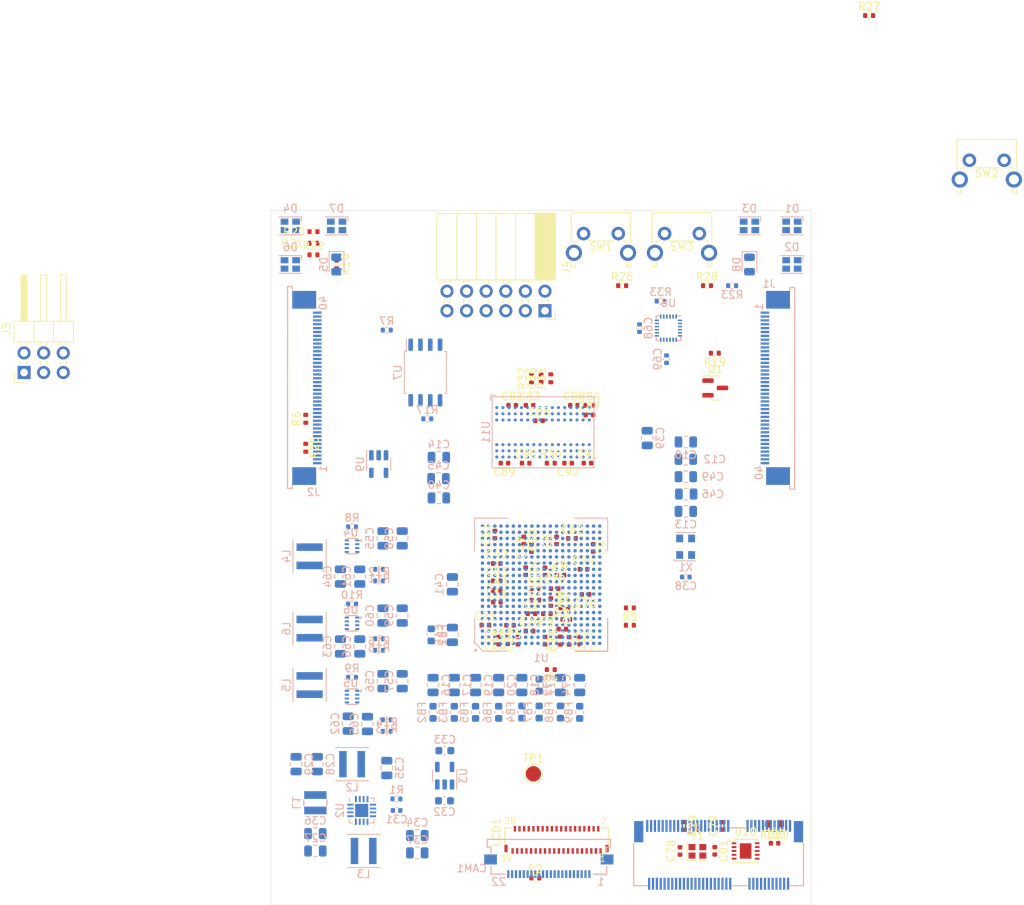
<source format=kicad_pcb>
(kicad_pcb (version 20210126) (generator pcbnew)
  (layers (0 "F.Cu" signal) (31 "B.Cu" signal) (34 "B.Paste" user) (35 "F.Paste" user) (36 "B.SilkS" user "B.Silkscreen") (37 "F.SilkS" user "F.Silkscreen") (38 "B.Mask" user) (39 "F.Mask" user) (44 "Edge.Cuts" user))
  (net 0 "")
  (net 1 "GND")
  (net 2 "+1V0")
  (net 3 "+1V8")
  (net 4 "Net-(C15-Pad2)")
  (net 5 "Net-(C16-Pad2)")
  (net 6 "Net-(C17-Pad2)")
  (net 7 "Net-(C18-Pad2)")
  (net 8 "Net-(C19-Pad2)")
  (net 9 "Net-(C20-Pad2)")
  (net 10 "+3V3")
  (net 11 "Net-(C31-Pad1)")
  (net 12 "/Cam_Disp/DISP_Vci")
  (net 13 "/Cam_Disp/DISP_OVss")
  (net 14 "/Cam_Disp/DISP_OVdd")
  (net 15 "/Cam_Disp/DISP_AVdd")
  (net 16 "+1V5")
  (net 17 "Net-(C69-Pad1)")
  (net 18 "Net-(C71-Pad2)")
  (net 19 "/Connectors/SD0_REFRET")
  (net 20 "Net-(C72-Pad1)")
  (net 21 "Net-(C74-Pad1)")
  (net 22 "Net-(C78-Pad1)")
  (net 23 "Net-(C79-Pad1)")
  (net 24 "Net-(C81-Pad1)")
  (net 25 "RAM_VREF")
  (net 26 "CAM_SDA")
  (net 27 "CAM_SCL")
  (net 28 "CAM_IO1")
  (net 29 "CAM_IO0")
  (net 30 "/Cam_Disp/CAM_D3+")
  (net 31 "/Cam_Disp/CAM_D3-")
  (net 32 "/Cam_Disp/CAM_D2+")
  (net 33 "/Cam_Disp/CAM_D2-")
  (net 34 "/Cam_Disp/CAM_CK+")
  (net 35 "/Cam_Disp/CAM_CK-")
  (net 36 "/Cam_Disp/CAM_D1+")
  (net 37 "/Cam_Disp/CAM_D1-")
  (net 38 "/Cam_Disp/CAM_D0+")
  (net 39 "/Cam_Disp/CAM_D0-")
  (net 40 "Net-(D1-Pad4)")
  (net 41 "Net-(D1-Pad3)")
  (net 42 "Net-(D1-Pad2)")
  (net 43 "LED_3")
  (net 44 "LED_6")
  (net 46 "LED_2")
  (net 47 "LED_5")
  (net 48 "Net-(D5-Pad2)")
  (net 49 "LED_1")
  (net 50 "LED_4")
  (net 51 "Net-(D8-Pad2)")
  (net 52 "Net-(D8-Pad1)")
  (net 54 "PRES_L")
  (net 55 "B2BL_MISC2")
  (net 56 "B2BL_MISC1")
  (net 57 "B2BL_MISC0")
  (net 58 "JTAG_TDO_L")
  (net 59 "JTAG_TDI")
  (net 60 "JTAG_TCK")
  (net 61 "JTAG_TMS")
  (net 62 "B2BL_DO2-")
  (net 63 "B2BL_DO2+")
  (net 64 "B2BL_DO1-")
  (net 65 "B2BL_DO1+")
  (net 66 "B2BL_DO0-")
  (net 67 "B2BL_DO0+")
  (net 68 "B2BL_DI2-")
  (net 69 "B2BL_DI2+")
  (net 70 "B2BL_DI1-")
  (net 71 "B2BL_DI1+")
  (net 72 "B2BL_CLKO-")
  (net 73 "B2BL_CLKO+")
  (net 74 "B2BL_DI0-")
  (net 75 "B2BL_DI0+")
  (net 76 "B2BL_CLKI-")
  (net 77 "B2BL_CLKI+")
  (net 78 "B2BR_CLKO+")
  (net 79 "B2BR_CLKO-")
  (net 80 "B2BR_DO0+")
  (net 81 "B2BR_DO0-")
  (net 82 "B2BR_CLKI+")
  (net 83 "B2BR_CLKI-")
  (net 84 "B2BR_DO1+")
  (net 85 "B2BR_DO1-")
  (net 86 "B2BR_DO2-")
  (net 87 "B2BR_DI0+")
  (net 88 "B2BR_DI0-")
  (net 89 "B2BR_DI1+")
  (net 90 "B2BR_DI1-")
  (net 91 "B2BR_DI2+")
  (net 92 "B2BR_DI2-")
  (net 93 "JTAG_TDI_R")
  (net 94 "B2BR_MISC0")
  (net 95 "B2BR_MISC1")
  (net 96 "B2BR_MISC2")
  (net 97 "PRES_R")
  (net 99 "EAR_3")
  (net 100 "EAR_2")
  (net 101 "EAR_1")
  (net 102 "EAR_0")
  (net 103 "PMOD1_10")
  (net 104 "PMOD1_9")
  (net 105 "PMOD1_8")
  (net 106 "PMOD1_7")
  (net 107 "PMOD1_4")
  (net 108 "PMOD1_3")
  (net 109 "PMOD1_2")
  (net 110 "PMOD1_1")
  (net 111 "Net-(L1-Pad2)")
  (net 112 "Net-(L2-Pad2)")
  (net 113 "Net-(L3-Pad1)")
  (net 114 "Net-(L4-Pad1)")
  (net 115 "Net-(L5-Pad1)")
  (net 116 "Net-(L6-Pad1)")
  (net 117 "Net-(LCD1-Pad30)")
  (net 118 "/Cam_Disp/DISP_AVDD_EN")
  (net 119 "/Cam_Disp/DISP_SWIRE")
  (net 120 "DISP_~RESET")
  (net 121 "/Cam_Disp/DISP_D3+")
  (net 122 "/Cam_Disp/DISP_D3-")
  (net 123 "/Cam_Disp/DISP_D1+")
  (net 124 "/Cam_Disp/DISP_D1-")
  (net 125 "/Cam_Disp/DISP_CK+")
  (net 126 "/Cam_Disp/DISP_CK-")
  (net 127 "/Cam_Disp/DISP_D0+")
  (net 128 "/Cam_Disp/DISP_D0-")
  (net 129 "/Cam_Disp/DISP_D2+")
  (net 130 "/Cam_Disp/DISP_D2-")
  (net 145 "M2_DISABLE1")
  (net 146 "Net-(P1-Pad55)")
  (net 147 "M2_DISABLE2")
  (net 149 "M2_~RST")
  (net 151 "M2_REFCLK0-")
  (net 153 "M2_REFCLK0+")
  (net 156 "M2_TX0-")
  (net 158 "M2_TX0+")
  (net 161 "M2_RX0-")
  (net 163 "M2_RX0+")
  (net 184 "DONE")
  (net 185 "Net-(R1-Pad2)")
  (net 186 "Net-(R3-Pad1)")
  (net 187 "Net-(R4-Pad1)")
  (net 188 "Net-(R5-Pad2)")
  (net 189 "FLASH_~CS")
  (net 190 "Net-(R8-Pad2)")
  (net 191 "Net-(R9-Pad2)")
  (net 192 "Net-(R10-Pad2)")
  (net 193 "Net-(R11-Pad2)")
  (net 194 "Net-(R13-Pad2)")
  (net 195 "Net-(R15-Pad2)")
  (net 196 "FLASH_CLK")
  (net 197 "LED_R")
  (net 198 "LED_G")
  (net 199 "LED_B")
  (net 200 "Net-(R24-Pad1)")
  (net 201 "BTN0")
  (net 202 "BTN1")
  (net 203 "BTN2")
  (net 204 "Net-(R30-Pad2)")
  (net 205 "IMU_~CS")
  (net 231 "B2BR_DO2+")
  (net 262 "FLASH_D3")
  (net 270 "FLASH_D1")
  (net 277 "FLASH_D2")
  (net 278 "/FPGA_IO/CLK48")
  (net 284 "FLASH_D0")
  (net 285 "NX_REFCLK+")
  (net 286 "RAM_DQ14")
  (net 289 "NX_REFCLK-")
  (net 293 "RAM_DQ15")
  (net 294 "RAM_DQ13")
  (net 295 "RAM_DQ10")
  (net 296 "RAM_DQ9")
  (net 299 "RAM_DSQ1-")
  (net 300 "RAM_DSQ1+")
  (net 301 "RAM_DQ12")
  (net 302 "RAM_STB")
  (net 303 "RAM_DQ8")
  (net 305 "RAM_~CS")
  (net 306 "RAM_DQ11")
  (net 307 "RAM_CLK+")
  (net 308 "RAM_DQ7")
  (net 309 "RAM_DQ6")
  (net 315 "IMU_DI")
  (net 316 "RAM_CLK-")
  (net 317 "RAM_DQ3")
  (net 318 "RAM_DQ4")
  (net 319 "RAM_DQ2")
  (net 322 "RAM_DQ5")
  (net 328 "IMU_DO")
  (net 329 "RAM_DSQ0-")
  (net 330 "RAM_DSQ0+")
  (net 331 "RAM_DQ1")
  (net 332 "RAM_DQ0")
  (net 334 "BTN_0")
  (net 339 "IMU_CLK")
  (net 362 "IMU_FSYNC")
  (net 376 "BTN_2")
  (net 385 "BTN_1")
  (net 442 "RAM_DQS1-")
  (net 443 "RAM_DQS1+")
  (net 444 "RAM_DQS0+")
  (net 445 "RAM_DQS0-")
  (footprint "Capacitor_SMD:C_0402_1005Metric" (layer "F.Cu") (at 87.775 153.725)
    (fp_text reference "C21")
    (fp_text value "100n")
  )
  (footprint "Capacitor_SMD:C_0402_1005Metric" (layer "F.Cu") (at 93.5 154.5)
    (fp_text reference "C26")
    (fp_text value "100n")
  )
  (footprint "Capacitor_SMD:C_0402_1005Metric" (layer "F.Cu") (at 89.5 155.75 90)
    (fp_text reference "C22")
    (fp_text value "100n")
  )
  (footprint "Button_Switch_THT:SW_Tactile_SPST_Angled_PTS645Vx31-2LFS" (layer "F.Cu") (at 111 103)
    (fp_text reference "SW3")
    (fp_text value "SW_Push")
  )
  (footprint "Capacitor_SMD:C_0402_1005Metric" (layer "F.Cu") (at 89 142 90)
    (fp_text reference "C51")
    (fp_text value "470n")
  )
  (footprint "Crystal:Crystal_SMD_2016-4Pin_2.0x1.6mm" (layer "F.Cu") (at 115.25 183.05)
    (fp_text reference "Y1")
    (fp_text value "25MHz")
  )
  (footprint "Capacitor_SMD:C_0402_1005Metric" (layer "F.Cu") (at 96.25 150.75 -90)
    (fp_text reference "C48")
    (fp_text value "470n")
  )
  (footprint "Resistor_SMD:R_0402_1005Metric" (layer "F.Cu") (at 65.5 104.25)
    (fp_text reference "R21")
    (fp_text value "220")
  )
  (footprint "Capacitor_SMD:C_0402_1005Metric" (layer "F.Cu") (at 93 146.75 -90)
    (fp_text reference "C54")
    (fp_text value "470n")
  )
  (footprint "Resistor_SMD:R_0402_1005Metric" (layer "F.Cu") (at 117.51 118.5 180)
    (fp_text reference "R19")
    (fp_text value "10k")
  )
  (footprint "Capacitor_SMD:C_0402_1005Metric" (layer "F.Cu") (at 95 121.75 90)
    (fp_text reference "C86")
    (fp_text value "470n")
  )
  (footprint "Capacitor_SMD:C_0402_1005Metric" (layer "F.Cu") (at 93.75 143.75 90)
    (fp_text reference "C47")
    (fp_text value "470n")
  )
  (footprint "Connector_PinHeader_2.54mm:PinHeader_2x03_P2.54mm_Horizontal" (layer "F.Cu") (at 28 121 90)
    (fp_text reference "J3")
    (fp_text value "EAR")
  )
  (footprint "Capacitor_SMD:C_0402_1005Metric" (layer "F.Cu") (at 89.27 150.75)
    (fp_text reference "C11")
    (fp_text value "470n")
  )
  (footprint "Capacitor_SMD:C_0402_1005Metric" (layer "F.Cu") (at 100.5 146.5)
    (fp_text reference "C44")
    (fp_text value "470n")
  )
  (footprint "Capacitor_SMD:C_0402_1005Metric" (layer "F.Cu") (at 90.65 155.7 90)
    (fp_text reference "C23")
    (fp_text value "100n")
  )
  (footprint "Resistor_SMD:R_0402_1005Metric" (layer "F.Cu") (at 94.25 186.5)
    (fp_text reference "R2")
    (fp_text value "10k")
  )
  (footprint "Resistor_SMD:R_0402_1005Metric" (layer "F.Cu") (at 137.5 74.75)
    (fp_text reference "R27")
    (fp_text value "10k")
  )
  (footprint "Capacitor_SMD:C_0402_1005Metric" (layer "F.Cu") (at 96.75 149)
    (fp_text reference "C70")
    (fp_text value "470n")
  )
  (footprint "Capacitor_SMD:C_0402_1005Metric" (layer "F.Cu") (at 89.25 145.75)
    (fp_text reference "C42")
    (fp_text value "470n")
  )
  (footprint "Resistor_SMD:R_0402_1005Metric" (layer "F.Cu") (at 96.25 159.5 180)
    (fp_text reference "R4")
    (fp_text value "4.7k")
  )
  (footprint "Capacitor_SMD:C_0402_1005Metric" (layer "F.Cu") (at 93.75 152.25)
    (fp_text reference "C2")
    (fp_text value "470n")
  )
  (footprint "Resistor_SMD:R_0402_1005Metric" (layer "F.Cu") (at 64.5 130.75 -90)
    (fp_text reference "R25")
    (fp_text value "10k")
  )
  (footprint "Inductor_SMD:L_0603_1608Metric" (layer "F.Cu") (at 125.25 179.5 180)
    (fp_text reference "FB10")
    (fp_text value "120")
  )
  (footprint "Capacitor_SMD:C_0402_1005Metric" (layer "F.Cu") (at 101 132.75)
    (fp_text reference "C91")
    (fp_text value "470n")
  )
  (footprint "Resistor_SMD:R_0402_1005Metric" (layer "F.Cu") (at 68.5 107 -90)
    (fp_text reference "R18")
    (fp_text value "1k")
  )
  (footprint "Package_TO_SOT_SMD:SOT-23" (layer "F.Cu") (at 117.5625 123)
    (fp_text reference "Q1")
    (fp_text value "2N7002")
  )
  (footprint "Resistor_SMD:R_0402_1005Metric" (layer "F.Cu") (at 97.5 155.74 90)
    (fp_text reference "R24")
    (fp_text value "1.15k")
  )
  (footprint "Capacitor_SMD:C_0402_1005Metric" (layer "F.Cu") (at 92.75 142.75 -90)
    (fp_text reference "C50")
    (fp_text value "470n")
  )
  (footprint "Capacitor_SMD:C_0402_1005Metric" (layer "F.Cu") (at 97 142.75 90)
    (fp_text reference "C5")
    (fp_text value "470n")
  )
  (footprint "Capacitor_SMD:C_0402_1005Metric" (layer "F.Cu") (at 90.975 153.75 180)
    (fp_text reference "C25")
    (fp_text value "100n")
  )
  (footprint "Capacitor_SMD:C_0402_1005Metric" (layer "F.Cu") (at 93.5 125.25)
    (fp_text reference "C83")
    (fp_text value "470n")
  )
  (footprint "Capacitor_SMD:C_0402_1005Metric" (layer "F.Cu") (at 97.5 147.25)
    (fp_text reference "C8")
    (fp_text value "470n")
  )
  (footprint "TestPoint:TestPoint_Pad_D2.0mm" (layer "F.Cu") (at 94 173)
    (fp_text reference "TP1")
    (fp_text value "TestPoint")
  )
  (footprint "meowality:FH35C-39S-0.3SHW" (layer "F.Cu") (at 97 183)
    (fp_text reference "LCD1")
    (fp_text value "H381Dxx0y.z")
  )
  (footprint "Capacitor_SMD:C_0402_1005Metric" (layer "F.Cu") (at 98.625 155.77 -90)
    (fp_text reference "C75")
    (fp_text value "100n")
  )
  (footprint "Capacitor_SMD:C_0402_1005Metric" (layer "F.Cu") (at 95.5 146.77 -90)
    (fp_text reference "C4")
    (fp_text value "470n")
  )
  (footprint "Resistor_SMD:R_0402_1005Metric" (layer "F.Cu") (at 65.5 102.75)
    (fp_text reference "R20")
    (fp_text value "220")
  )
  (footprint "Capacitor_SMD:C_0402_1005Metric" (layer "F.Cu") (at 101.75 143.73 -90)
    (fp_text reference "C9")
    (fp_text value "470n")
  )
  (footprint "Resistor_SMD:R_0402_1005Metric" (layer "F.Cu") (at 113.5 179.75 -90)
    (fp_text reference "R29")
    (fp_text value "10k")
  )
  (footprint "Connector_PinSocket_2.54mm:PinSocket_2x06_P2.54mm_Horizontal" (layer "F.Cu") (at 95.5 113 -90)
    (fp_text reference "J4")
    (fp_text value "Conn_02x06_Top_Bottom")
  )
  (footprint "Capacitor_SMD:C_0402_1005Metric" (layer "F.Cu") (at 89.25 149.25)
    (fp_text reference "C43")
    (fp_text value "470n")
  )
  (footprint "Resistor_SMD:R_0402_1005Metric" (layer "F.Cu") (at 96.25 132.75)
    (fp_text reference "R30")
    (fp_text value "NC")
  )
  (footprint "Capacitor_SMD:C_0402_1005Metric" (layer "F.Cu") (at 99 142.5)
    (fp_text reference "C52")
    (fp_text value "470n")
  )
  (footprint "Button_Switch_THT:SW_Tactile_SPST_Angled_PTS645Vx31-2LFS" (layer "F.Cu") (at 150.5 93.5)
    (fp_text reference "SW2")
    (fp_text value "SW_Push")
  )
  (footprint "Resistor_SMD:R_0402_1005Metric" (layer "F.Cu") (at 64.5 127 90)
    (fp_text reference "R6")
    (fp_text value "4.7k")
  )
  (footprint "Capacitor_SMD:C_0402_1005Metric" (layer "F.Cu") (at 98.5 132.75 180)
    (fp_text reference "C92")
    (fp_text value "470n")
  )
  (footprint "Button_Switch_THT:SW_Tactile_SPST_Angled_PTS645Vx31-2LFS" (layer "F.Cu") (at 100.5 103)
    (fp_text reference "SW1")
    (fp_text value "SW_Push")
  )
  (footprint "Capacitor_SMD:C_0402_1005Metric" (layer "F.Cu") (at 98 151.5)
    (fp_text reference "C6")
    (fp_text value "470n")
  )
  (footprint "Capacitor_SMD:C_0402_1005Metric" (layer "F.Cu") (at 92 155.75 90)
    (fp_text reference "C24")
    (fp_text value "100n")
  )
  (footprint "Capacitor_SMD:C_0402_1005Metric" (layer "F.Cu") (at 101.25 125.25)
    (fp_text reference "C84")
    (fp_text value "470n")
  )
  (footprint "Capacitor_SMD:C_0402_1005Metric" (layer "F.Cu") (at 93 132.75)
    (fp_text reference "C90")
    (fp_text value "470n")
  )
  (footprint "Capacitor_SMD:C_0402_1005Metric" (layer "F.Cu") (at 94.25 150.5)
    (fp_text reference "C7")
    (fp_text value "470n")
  )
  (footprint "Capacitor_SMD:C_0402_1005Metric" (layer "F.Cu") (at 90.25 132.75 180)
    (fp_text reference "C89")
    (fp_text value "470n")
  )
  (footprint "Resistor_SMD:R_0402_1005Metric" (layer "F.Cu") (at 96.25 121.75 90)
    (fp_text reference "R31")
    (fp_text value "1k")
  )
  (footprint "Capacitor_SMD:C_0402_1005Metric" (layer "F.Cu") (at 125.25 182)
    (fp_text reference "C80")
    (fp_text value "470n")
  )
  (footprint "Capacitor_SMD:C_0402_1005Metric" (layer "F.Cu") (at 98.25 153)
    (fp_text reference "C67")
    (fp_text value "470n")
  )
  (footprint "Capacitor_SMD:C_0402_1005Metric" (layer "F.Cu") (at 95.5 155.75 -90)
    (fp_text reference "C73")
    (fp_text value "100n")
  )
  (footprint "Capacitor_SMD:C_0402_1005Metric" (layer "F.Cu") (at 118.5 179.75 90)
    (fp_text reference "C79")
    (fp_text value "470n")
  )
  (footprint "Capacitor_SMD:C_0402_1005Metric" (layer "F.Cu") (at 94.25 149)
    (fp_text reference "C3")
    (fp_text value "470n")
  )
  (footprint "Capacitor_SMD:C_0402_1005Metric" (layer "F.Cu") (at 94.73 127.25)
    (fp_text reference "C85")
    (fp_text value "470n")
  )
  (footprint "Capacitor_SMD:C_0402_1005Metric" (layer "F.Cu") (at 100 155.75 -90)
    (fp_text reference "C76")
    (fp_text value "100n")
  )
  (footprint "Capacitor_SMD:C_0402_1005Metric" (layer "F.Cu") (at 89.25 148)
    (fp_text reference "C53")
    (fp_text value "470n")
  )
  (footprint "Capacitor_SMD:C_0402_1005Metric" (layer "F.Cu") (at 99.25 125.25)
    (fp_text reference "C88")
    (fp_text value "470n")
  )
  (footprint "Resistor_SMD:R_0402_1005Metric" (layer "F.Cu") (at 65.5 105.75)
    (fp_text reference "R22")
    (fp_text value "220")
  )
  (footprint "Capacitor_SMD:C_0402_1005Metric" (layer "F.Cu") (at 113 183 90)
    (fp_text reference "C78")
    (fp_text value "12p")
  )
  (footprint "Resistor_SMD:R_0402_1005Metric" (layer "F.Cu") (at 105.5 109.75)
    (fp_text reference "R26")
    (fp_text value "10k")
  )
  (footprint "Capacitor_SMD:C_0402_1005Metric" (layer "F.Cu") (at 101.25 126.5)
    (fp_text reference "C87")
    (fp_text value "470n")
  )
  (footprint "Resistor_SMD:R_0402_1005Metric" (layer "F.Cu") (at 116.5 109.75)
    (fp_text reference "R28")
    (fp_text value "10k")
  )
  (footprint "Capacitor_SMD:C_0402_1005Metric" (layer "F.Cu") (at 117.5 182.98 -90)
    (fp_text reference "C81")
    (fp_text value "12p")
  )
  (footprint "Capacitor_SMD:C_0402_1005Metric" (layer "F.Cu") (at 97.75 154.25)
    (fp_text reference "C71")
    (fp_text value "100n")
  )
  (footprint "Capacitor_SMD:C_0402_1005Metric" (layer "F.Cu") (at 100.75 149.75 180)
    (fp_text reference "C30")
    (fp_text value "100n")
  )
  (footprint "Resistor_SMD:R_0402_1005Metric" (layer "F.Cu") (at 106.5 153.75)
    (fp_text reference "R3")
    (fp_text value "4.7k")
  )
  (footprint "meowality:TDFN10_3x3mm_p0.5mm" (layer "F.Cu") (at 120 182)
    (fp_text reference "U10")
    (fp_text value "Si52112-B")
  )
  (footprint "Capacitor_SMD:C_0402_1005Metric" (layer "F.Cu") (at 91.25 125.25)
    (fp_text reference "C82")
    (fp_text value "470n")
  )
  (footprint "Capacitor_SMD:C_0402_1005Metric" (layer "F.Cu") (at 95.75 152.25 180)
    (fp_text reference "C1")
    (fp_text value "470n")
  )
  (footprint "Resistor_SMD:R_0402_1005Metric" (layer "F.Cu") (at 106.5 151.5 180)
    (fp_text reference "R5")
    (fp_text value "4.7k")
  )
  (footprint "Resistor_SMD:R_0402_1005Metric" (layer "F.Cu") (at 93.75 121.75 90)
    (fp_text reference "R32")
    (fp_text value "1k")
  )
  (footprint "LED_SMD:LED_Cree-PLCC4_2x2mm_CW" (layer "B.Cu") (at 122 102 180)
    (fp_text reference "D3")
    (fp_text value "LED_ABGR")
  )
  (footprint "Inductor_SMD:L_0603_1608Metric" (layer "B.Cu") (at 81 165.0375 -90)
    (fp_text reference "FB2")
    (fp_text value "120")
  )
  (footprint "meowality:TE_FPC_40pin_p0.5mm_4-1734839-0" (layer "B.Cu") (at 66 123 90)
    (fp_text reference "J2")
    (fp_text value "Conn_01x40_Shielded")
  )
  (footprint "Capacitor_SMD:C_0805_2012Metric" (layer "B.Cu") (at 113.75 130)
    (fp_text reference "C10")
    (fp_text value "10µ")
  )
  (footprint "Capacitor_SMD:C_0805_2012Metric" (layer "B.Cu") (at 71.5 156.5 -90)
    (fp_text reference "C66")
    (fp_text value "10µ")
  )
  (footprint "Capacitor_SMD:C_0805_2012Metric" (layer "B.Cu") (at 69 156.5 -90)
    (fp_text reference "C63")
    (fp_text value "10µ")
  )
  (footprint "LED_SMD:LED_Cree-PLCC4_2x2mm_CW" (layer "B.Cu") (at 68.5 102 180)
    (fp_text reference "D7")
    (fp_text value "LED_ABGR")
  )
  (footprint "Capacitor_SMD:C_0805_2012Metric" (layer "B.Cu") (at 69 147.45 -90)
    (fp_text reference "C64")
    (fp_text value "10µ")
  )
  (footprint "Capacitor_SMD:C_0805_2012Metric" (layer "B.Cu") (at 83.75 161.5 90)
    (fp_text reference "C17")
    (fp_text value "10µ")
  )
  (footprint "LED_SMD:LED_Cree-PLCC4_2x2mm_CW" (layer "B.Cu") (at 127.5 107 180)
    (fp_text reference "D2")
    (fp_text value "LED_ABGR")
  )
  (footprint "Capacitor_SMD:C_0805_2012Metric" (layer "B.Cu") (at 113.75 134.5)
    (fp_text reference "C49")
    (fp_text value "10µ")
  )
  (footprint "Package_SO:SOIC-8_5.23x5.23mm_P1.27mm" (layer "B.Cu") (at 80 121 -90)
    (fp_text reference "U7")
    (fp_text value "W25Q128JVS")
  )
  (footprint "meowality:TI_VSON-HR_1.5x2mm_p0.5mm" (layer "B.Cu") (at 70.5 163 180)
    (fp_text reference "U5")
    (fp_text value "TPS62822")
  )
  (footprint "Resistor_SMD:R_0402_1005Metric" (layer "B.Cu") (at 74 155.5)
    (fp_text reference "R15")
    (fp_text value "15k")
  )
  (footprint "Sensor_Motion:InvenSense_QFN-24_3x3mm_P0.4mm" (layer "B.Cu") (at 111.5 115.25 180)
    (fp_text reference "U8")
    (fp_text value "ICM-20948")
  )
  (footprint "Package_DFN_QFN:QFN-16-1EP_3x3mm_P0.5mm_EP1.7x1.7mm" (layer "B.Cu") (at 71.75 177.75 -90)
    (fp_text reference "U2")
    (fp_text value "TPS65632R")
  )
  (footprint "Capacitor_SMD:C_0805_2012Metric" (layer "B.Cu") (at 65.75 183 180)
    (fp_text reference "C27")
    (fp_text value "10µ")
  )
  (footprint "Capacitor_SMD:C_0805_2012Metric" (layer "B.Cu") (at 78.95 183.25 180)
    (fp_text reference "C37")
    (fp_text value "10µ")
  )
  (footprint "Capacitor_SMD:C_0805_2012Metric" (layer "B.Cu") (at 108.75 129.5 90)
    (fp_text reference "C39")
    (fp_text value "10µ")
  )
  (footprint "Capacitor_SMD:C_0805_2012Metric" (layer "B.Cu") (at 77 161 -90)
    (fp_text reference "C57")
    (fp_text value "10µ")
  )
  (footprint "Capacitor_SMD:C_0805_2012Metric" (layer "B.Cu") (at 77 152.5 -90)
    (fp_text reference "C59")
    (fp_text value "10µ")
  )
  (footprint "Capacitor_SMD:C_0805_2012Metric" (layer "B.Cu") (at 83.5 148.45 -90)
    (fp_text reference "C41")
    (fp_text value "10µ")
  )
  (footprint "Inductor_SMD:L_0603_1608Metric" (layer "B.Cu") (at 100 165.0375 -90)
    (fp_text reference "FB9")
    (fp_text value "120")
  )
  (footprint "Capacitor_SMD:C_0805_2012Metric" (layer "B.Cu") (at 77 142.5 -90)
    (fp_text reference "C58")
    (fp_text value "10µ")
  )
  (footprint "Oscillator:Oscillator_SMD_EuroQuartz_XO32-4Pin_3.2x2.5mm" (layer "B.Cu") (at 113.725 143.575)
    (fp_text reference "X1")
    (fp_text value "XO32")
  )
  (footprint "Capacitor_SMD:C_0805_2012Metric" (layer "B.Cu") (at 113.8 136.75)
    (fp_text reference "C46")
    (fp_text value "10µ")
  )
  (footprint "LED_SMD:LED_Cree-PLCC4_2x2mm_CW" (layer "B.Cu") (at 62.5 107 180)
    (fp_text reference "D6")
    (fp_text value "LED_ABGR")
  )
  (footprint "Capacitor_SMD:C_0805_2012Metric" (layer "B.Cu") (at 89.5 161.5 90)
    (fp_text reference "C20")
    (fp_text value "10µ")
  )
  (footprint "Capacitor_SMD:C_0603_1608Metric" (layer "B.Cu") (at 94.75 161.5 90)
    (fp_text reference "C77")
    (fp_text value "2.2µ")
  )
  (footprint "Resistor_SMD:R_0402_1005Metric" (layer "B.Cu") (at 75 166)
    (fp_text reference "R13")
    (fp_text value "20k")
  )
  (footprint "Inductor_SMD:L_0603_1608Metric" (layer "B.Cu") (at 83.75 165.0375 -90)
    (fp_text reference "FB3")
    (fp_text value "120")
  )
  (footprint "Capacitor_SMD:C_0805_2012Metric" (layer "B.Cu") (at 81.75 137.25 180)
    (fp_text reference "C40")
    (fp_text value "10µ")
  )
  (footprint "Capacitor_SMD:C_0805_2012Metric" (layer "B.Cu") (at 65.75 180.75 180)
    (fp_text reference "C36")
    (fp_text value "10µ")
  )
  (footprint "meowality:54548-2271" (layer "B.Cu") (at 96 186)
    (fp_text reference "CAM1")
    (fp_text value "PI_CAM_22P")
  )
  (footprint "Capacitor_SMD:C_0603_1608Metric" (layer "B.Cu") (at 82.475 176.5)
    (fp_text reference "C32")
    (fp_text value "1µ")
  )
  (footprint "Capacitor_SMD:C_0805_2012Metric" (layer "B.Cu") (at 100 161.5 -90)
    (fp_text reference "C74")
    (fp_text value "10µ")
  )
  (footprint "LED_SMD:LED_Cree-PLCC4_2x2mm_CW" (layer "B.Cu") (at 127.5 102 180)
    (fp_text reference "D1")
    (fp_text value "LED_ABGR")
  )
  (footprint "meowality:XFL3012" (layer "B.Cu") (at 65.75 176.75 -90)
    (fp_text reference "L1")
    (fp_text value "XFL3012-103MEB")
  )
  (footprint "Package_BGA:BGA-96_9.0x13.0mm_Layout2x3x16_P0.8mm" (layer "B.Cu") (at 95.25 128.75 -90)
    (fp_text reference "U11")
    (fp_text value "EM6GA16LBXA-12H")
  )
  (footprint "Inductor_SMD:L_0603_1608Metric" (layer "B.Cu") (at 92.5 165 -90)
    (fp_text reference "FB4")
    (fp_text value "120")
  )
  (footprint "Capacitor_SMD:C_0805_2012Metric" (layer "B.Cu") (at 74.5 142.5 -90)
    (fp_text reference "C55")
    (fp_text value "10µ")
  )
  (footprint "Capacitor_SMD:C_0805_2012Metric" (layer "B.Cu") (at 86.5 161.5 90)
    (fp_text reference "C19")
    (fp_text value "10µ")
  )
  (footprint "Resistor_SMD:R_0402_1005Metric" (layer "B.Cu") (at 75 115.5 180)
    (fp_text reference "R7")
    (fp_text value "4.7k")
  )
  (footprint "Resistor_SMD:R_0402_1005Metric" (layer "B.Cu") (at 70.5 151 180)
    (fp_text reference "R10")
    (fp_text value "10k")
  )
  (footprint "Resistor_SMD:R_0402_1005Metric" (layer "B.Cu") (at 74.01 146.5)
    (fp_text reference "R11")
    (fp_text value "6.98k")
  )
  (footprint "Inductor_SMD:L_Coilcraft_XxL4020" (layer "B.Cu") (at 65 161.5 -90)
    (fp_text reference "L5")
    (fp_text value "XFL4015-471MEB")
  )
  (footprint "Resistor_SMD:R_0402_1005Metric" (layer "B.Cu") (at 75 167.5 180)
    (fp_text reference "R14")
    (fp_text value "10k")
  )
  (footprint "Capacitor_SMD:C_0805_2012Metric" (layer "B.Cu") (at 71.5 147.45 -90)
    (fp_text reference "C61")
    (fp_text value "10µ")
  )
  (footprint "Capacitor_SMD:C_0805_2012Metric" (layer "B.Cu") (at 81 161.5 90)
    (fp_text reference "C16")
    (fp_text value "10µ")
  )
  (footprint "LED_SMD:LED_0805_2012Metric" (layer "B.Cu") (at 68.5 107 -90)
    (fp_text reference "D5")
    (fp_text value "LED_Small")
  )
  (footprint "Capacitor_SMD:C_0805_2012Metric" (layer "B.Cu") (at 92.5 161.5 90)
    (fp_text reference "C18")
    (fp_text value "10µ")
  )
  (footprint "Capacitor_SMD:C_0805_2012Metric" (layer "B.Cu") (at 75 172.25 90)
    (fp_text reference "C35")
    (fp_text value "10µ")
  )
  (footprint "Capacitor_SMD:C_0805_2012Metric" (layer "B.Cu") (at 113.75 139)
    (fp_text reference "C13")
    (fp_text value "10µ")
  )
  (footprint "Capacitor_SMD:C_0805_2012Metric" (layer "B.Cu") (at 81.75 132 180)
    (fp_text reference "C14")
    (fp_text value "10µ")
  )
  (footprint "Package_TO_SOT_SMD:SOT-23-5" (layer "B.Cu") (at 82.5 173.25 90)
    (fp_text reference "U3")
    (fp_text value "TLV71330PDBV")
  )
  (footprint "Resistor_SMD:R_0402_1005Metric" (layer "B.Cu") (at 110.49 111.75 180)
    (fp_text reference "R33")
    (fp_text value "10k")
  )
  (footprint "meowality:BGA-400_20x20_17.0x17.0mm" (layer "B.Cu") (at 95 148.5)
    (fp_text reference "U1")
    (fp_text value "LIFCL_40_CABGA400")
  )
  (footprint "meowality:TI_VSON-HR_1.5x2mm_p0.5mm" (layer "B.Cu") (at 70.5 143.5 180)
    (fp_text reference "U4")
    (fp_text value "TPS62822")
  )
  (footprint "Resistor_SMD:R_0402_1005Metric" (layer "B.Cu") (at 74 157 180)
    (fp_text reference "R16")
    (fp_text value "10k")
  )
  (footprint "Resistor_SMD:R_0402_1005Metric" (layer "B.Cu") (at 70.5 160.5 180)
    (fp_text reference "R9")
    (fp_text value "10k")
  )
  (footprint "meowality:TI_VSON-HR_1.5x2mm_p0.5mm" (layer "B.Cu") (at 70.5 153.5 180)
    (fp_text reference "U6")
    (fp_text value "TPS62822")
  )
  (footprint "Capacitor_SMD:C_0805_2012Metric" (layer "B.Cu") (at 63.25 171.75 90)
    (fp_text reference "C29")
    (fp_text value "10µ")
  )
  (footprint "Resistor_SMD:R_0402_1005Metric" (layer "B.Cu") (at 74 148 180)
    (fp_text reference "R12")
    (fp_text value "10k")
  )
  (footprint "Resistor_SMD:R_0402_1005Metric" (layer "B.Cu") (at 76.25 176.25 180)
    (fp_text reference "R1")
    (fp_text value "0")
  )
  (footprint "Capacitor_SMD:C_0805_2012Metric" (layer "B.Cu") (at 66 171.75 90)
    (fp_text reference "C28")
    (fp_text value "10µ")
  )
  (footprint "Inductor_SMD:L_Coilcraft_XxL4020" (layer "B.Cu") (at 70.5 171.75)
    (fp_text reference "L2")
    (fp_text value "XFL4020-472MEB")
  )
  (footprint "LED_SMD:LED_Cree-PLCC4_2x2mm_CW" (layer "B.Cu") (at 62.5 102 180)
    (fp_text reference "D4")
    (fp_text value "LED_ABGR")
  )
  (footprint "Inductor_SMD:L_0603_1608Metric" (layer "B.Cu") (at 86.5 165.0375 -90)
    (fp_text reference "FB5")
    (fp_text value "120")
  )
  (footprint "Capacitor_SMD:C_0805_2012Metric" (layer "B.Cu") (at 83.5 155 -90)
    (fp_text reference "C15")
    (fp_text value "10µ")
  )
  (footprint "meowality:2199230-4" (layer "B.Cu") (at 118 185 180)
    (fp_text reference "P1")
    (fp_text value "M2_SOCKET_E")
  )
  (footprint "Inductor_SMD:L_Coilcraft_XxL4020" (layer "B.Cu") (at 65 144.815 -90)
    (fp_text reference "L4")
    (fp_text value "XFL4015-471MEB")
  )
  (footprint "Capacitor_SMD:C_0603_1608Metric" (layer "B.Cu") (at 82.525 170 180)
    (fp_text reference "C33")
    (fp_text value "1µ")
  )
  (footprint "Inductor_SMD:L_0603_1608Metric" (layer "B.Cu") (at 94.75 165 -90)
    (fp_text reference "FB7")
    (fp_text value "120")
  )
  (footprint "Inductor_SMD:L_Coilcraft_XxL4020" (layer "B.Cu") (at 72 183)
    (fp_text reference "L3")
    (fp_text value "XFL4020-472MEB")
  )
  (footprint "Resistor_SMD:R_0402_1005Metric" (layer "B.Cu") (at 70.5 141 180)
    (fp_text reference "R8")
    (fp_text value "10k")
  )
  (footprint "Inductor_SMD:L_Coilcraft_XxL4020" (layer "B.Cu") (at 65 154.185 -90)
    (fp_text reference "L6")
    (fp_text value "XFL4015-471MEB")
  )
  (footprint "Capacitor_SMD:C_0805_2012Metric" (layer "B.Cu") (at 81.7 134.75 180)
    (fp_text reference "C45")
    (fp_text value "10µ")
  )
  (footprint "Capacitor_SMD:C_0805_2012Metric" (layer "B.Cu") (at 70 166.5 -90)
    (fp_text reference "C62")
    (fp_text value "10µ")
  )
  (footprint "Capacitor_SMD:C_0805_2012Metric" (layer "B.Cu") (at 72.5 166.55 -90)
    (fp_text reference "C65")
    (fp_text value "10µ")
  )
  (footprint "Capacitor_SMD:C_0805_2012Metric" (layer "B.Cu") (at 74.5 161 -90)
    (fp_text reference "C56")
    (fp_text value "10µ")
  )
  (footprint "Capacitor_SMD:C_0805_2012Metric" (layer "B.Cu") (at 97.5 161.5 -90)
    (fp_text reference "C72")
    (fp_text value "10µ")
  )
  (footprint "Inductor_SMD:L_0603_1608Metric" (layer "B.Cu") (at 80.75 155 90)
    (fp_text reference "FB1")
    (fp_text value "120")
  )
  (footprint "Capacitor_SMD:C_0805_2012Metric" (layer "B.Cu") (at 78.95 181 180)
    (fp_text reference "C34")
    (fp_text value "10µ")
  )
  (footprint "Inductor_SMD:L_0603_1608Metric" (layer "B.Cu") (at 89.5 165.0375 -90)
    (fp_text reference "FB6")
    (fp_text value "120")
  )
  (footprint "Capacitor_SMD:C_0402_1005Metric" (layer "B.Cu") (at 113.75 147.5)
    (fp_text reference "C38")
    (fp_text value "470n")
  )
  (footprint "Resistor_SMD:R_0402_1005Metric" (layer "B.Cu") (at 119.75 109.75)
    (fp_text reference "R23")
    (fp_text value "1k")
  )
  (footprint "meowality:TE_FPC_40pin_p0.5mm_4-1734839-0" (layer "B.Cu") (at 124 123 -90)
    (fp_text reference "J1")
    (fp_text value "Conn_01x40_Shielded")
  )
  (footprint "Resistor_SMD:R_0402_1005Metric" (layer "B.Cu") (at 80.25 127 180)
    (fp_text reference "R17")
    (fp_text value "10k")
  )
  (footprint "Capacitor_SMD:C_0805_2012Metric" (layer "B.Cu") (at 113.75 132.25)
    (fp_text reference "C12")
    (fp_text value "10µ")
  )
  (footprint "Capacitor_SMD:C_0805_2012Metric" (layer "B.Cu") (at 74.5 152.5 -90)
    (fp_text reference "C60")
    (fp_text value "10µ")
  )
  (footprint "Package_TO_SOT_SMD:SOT-23-5" (layer "B.Cu") (at 73.95 132.8625 -90)
    (fp_text reference "U9")
    (fp_text value "74AHC1G126")
  )
  (footprint "Capacitor_SMD:C_0402_1005Metric" (layer "B.Cu") (at 111.25 119.27 -90)
    (fp_text reference "C69")
    (fp_text value "100n")
  )
  (footprint "Capacitor_SMD:C_0402_1005Metric" (layer "B.Cu") (at 76.27 177.75)
    (fp_text reference "C31")
    (fp_text value "100n")
  )
  (footprint "LED_SMD:LED_0805_2012Metric" (layer "B.Cu") (at 122 107 -90)
    (fp_text reference "D8")
    (fp_text value "LED_Small")
  )
  (footprint "Capacitor_SMD:C_0402_1005Metric" (layer "B.Cu") (at 107.75 115.25 90)
    (fp_text reference "C68")
    (fp_text value "470n")
  )
  (footprint "Inductor_SMD:L_0603_1608Metric" (layer "B.Cu") (at 97.5 165 -90)
    (fp_text reference "FB8")
    (fp_text value "120")
  )
  (gr_line (start 60 190) (end 60 100) (layer "Edge.Cuts") (width 0.05))
  (gr_line (start 130 190) (end 60 190) (layer "Edge.Cuts") (width 0.05))
  (gr_line (start 130 100) (end 130 190) (layer "Edge.Cuts") (width 0.05))
  (gr_line (start 60 100) (end 130 100) (layer "Edge.Cuts") (width 0.05))
)
</source>
